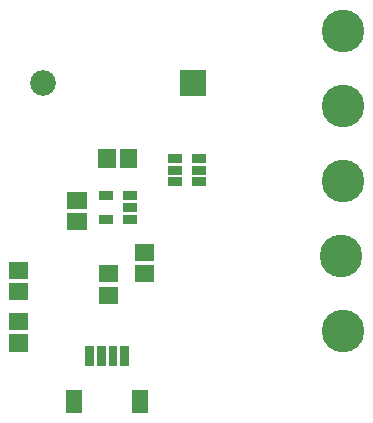
<source format=gbr>
G04 start of page 6 for group -4063 idx -4063 *
G04 Title: (unknown), componentmask *
G04 Creator: pcb 4.0.2 *
G04 CreationDate: Mon Aug 16 01:28:39 2021 UTC *
G04 For: ndholmes *
G04 Format: Gerber/RS-274X *
G04 PCB-Dimensions (mil): 1800.00 1500.00 *
G04 PCB-Coordinate-Origin: lower left *
%MOIN*%
%FSLAX25Y25*%
%LNTOPMASK*%
%ADD34C,0.0860*%
%ADD33C,0.0001*%
%ADD32C,0.1420*%
G54D32*X160000Y80000D03*
Y30000D03*
X159500Y55000D03*
X160000Y105000D03*
Y130000D03*
G54D33*G36*
X105700Y116800D02*Y108200D01*
X114300D01*
Y116800D01*
X105700D01*
G37*
G54D34*X60000Y112500D03*
G54D33*G36*
X68248Y69273D02*Y63555D01*
X74752D01*
Y69273D01*
X68248D01*
G37*
G36*
Y76359D02*Y70641D01*
X74752D01*
Y76359D01*
X68248D01*
G37*
G36*
X78700Y76500D02*Y73500D01*
X83300D01*
Y76500D01*
X78700D01*
G37*
G36*
Y68700D02*Y65700D01*
X83300D01*
Y68700D01*
X78700D01*
G37*
G36*
X78748Y51859D02*Y46141D01*
X85252D01*
Y51859D01*
X78748D01*
G37*
G36*
X90748Y58945D02*Y53227D01*
X97252D01*
Y58945D01*
X90748D01*
G37*
G36*
Y51859D02*Y46141D01*
X97252D01*
Y51859D01*
X90748D01*
G37*
G36*
X86900Y68700D02*Y65700D01*
X91500D01*
Y68700D01*
X86900D01*
G37*
G36*
Y72600D02*Y69600D01*
X91500D01*
Y72600D01*
X86900D01*
G37*
G36*
Y76500D02*Y73500D01*
X91500D01*
Y76500D01*
X86900D01*
G37*
G36*
X84316Y90752D02*X78598D01*
Y84248D01*
X84316D01*
Y90752D01*
G37*
G36*
X91402D02*X85684D01*
Y84248D01*
X91402D01*
Y90752D01*
G37*
G36*
X109900Y81200D02*Y78200D01*
X114500D01*
Y81200D01*
X109900D01*
G37*
G36*
Y85100D02*Y82100D01*
X114500D01*
Y85100D01*
X109900D01*
G37*
G36*
Y89000D02*Y86000D01*
X114500D01*
Y89000D01*
X109900D01*
G37*
G36*
X101700D02*Y86000D01*
X106300D01*
Y89000D01*
X101700D01*
G37*
G36*
Y85100D02*Y82100D01*
X106300D01*
Y85100D01*
X101700D01*
G37*
G36*
Y81200D02*Y78200D01*
X106300D01*
Y81200D01*
X101700D01*
G37*
G36*
X78748Y44773D02*Y39055D01*
X85252D01*
Y44773D01*
X78748D01*
G37*
G36*
X48748Y28816D02*Y23098D01*
X55252D01*
Y28816D01*
X48748D01*
G37*
G36*
Y35902D02*Y30184D01*
X55252D01*
Y35902D01*
X48748D01*
G37*
G36*
X77052Y25107D02*X74090D01*
Y18405D01*
X77052D01*
Y25107D01*
G37*
G36*
X80989D02*X78027D01*
Y18405D01*
X80989D01*
Y25107D01*
G37*
G36*
X84926D02*X81964D01*
Y18405D01*
X84926D01*
Y25107D01*
G37*
G36*
X88863D02*X85901D01*
Y18405D01*
X88863D01*
Y25107D01*
G37*
G36*
X73115Y10343D02*X67791D01*
Y2657D01*
X73115D01*
Y10343D01*
G37*
G36*
X95162D02*X89838D01*
Y2657D01*
X95162D01*
Y10343D01*
G37*
G36*
X48748Y45859D02*Y40141D01*
X55252D01*
Y45859D01*
X48748D01*
G37*
G36*
Y52945D02*Y47227D01*
X55252D01*
Y52945D01*
X48748D01*
G37*
M02*

</source>
